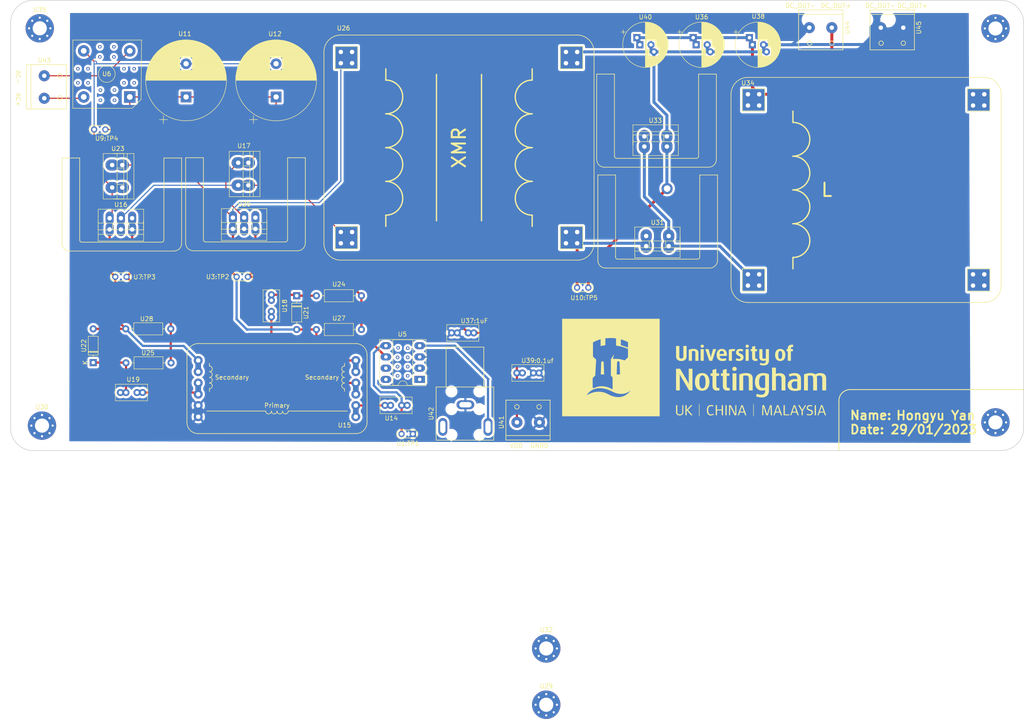
<source format=kicad_pcb>
(kicad_pcb (version 20211014) (generator pcbnew)
  (layers (0 "F.Cu" mixed) (31 "B.Cu" signal) (34 "B.Paste" user) (35 "F.Paste" user) (36 "B.SilkS" user "B.Silkscreen") (37 "F.SilkS" user "F.Silkscreen") (38 "B.Mask" user) (39 "F.Mask" user) (44 "Edge.Cuts" user))
  (net 0 "")
  (net 1 "/PWM_Out")
  (net 2 "GNDD")
  (net 3 "/PWM_OUT_A")
  (net 4 "/PWM_COM_A")
  (net 7 "/PWM_Input")
  (net 8 "VDD")
  (net 11 "/PWM_COM_B")
  (net 12 "/VAC(+)")
  (net 13 "/Rectifier_DC(+)")
  (net 14 "/VAC(-)")
  (net 15 "/PWM_OUT_B")
  (net 16 "Net-(U14-Pad1)")
  (net 17 "Net-(U15-Pad3)")
  (net 18 "Net-(U15-Pad5)")
  (net 19 "Net-(U16-Pad2)")
  (net 20 "Net-(U18-Pad1)")
  (net 21 "Net-(U19-Pad1)")
  (net 22 "/Transformer_Out(+)")
  (net 23 "/Converter_Out(-)")
  (net 26 "Net-(U31-Pad1)")
  (net 28 "/Converter_Out(+)")
  (footprint "EEEE2046_Electrical:SOD113" (layer "F.Cu") (at 87.716 58.0292 -90)
    (fp_text reference "U17")
    (fp_text value "BYV25FX-600")
  )
  (footprint "Capacitor_THT:CP_Radial_D18.0mm_P7.50mm" (layer "F.Cu") (at 73.66 43.18 90)
    (fp_text reference "U11")
    (fp_text value "ECA2AM102")
  )
  (footprint "EEEE2046_Electrical:SOD113" (layer "F.Cu") (at 182.5752 76.8448 180)
    (fp_text reference "U31")
    (fp_text value "BYV25FX-600")
  )
  (footprint "EEEE2046_Electrical:TO220_Heatsink" (layer "F.Cu") (at 180.086 81.7865 180)
    (fp_text reference "U1-Mosfet1" hide)
    (fp_text value "TO220_Heatsink")
  )
  (footprint "EEEE2046_Electrical:LP-0841-3B-05A" (layer "F.Cu") (at 139.8512 108.6344 -90)
    (fp_text reference "U42")
    (fp_text value "PWM_Input")
  )
  (footprint "Capacitor_THT:CP_Radial_D18.0mm_P7.50mm" (layer "F.Cu") (at 93.98 43.18 90)
    (fp_text reference "U12")
    (fp_text value "ECA2AM102")
  )
  (footprint "Capacitor_THT:C_Rect_L7.0mm_W3.5mm_P2.50mm_P5.00mm" (layer "F.Cu") (at 118.5564 112.776)
    (fp_text reference "U14")
    (fp_text value "F")
  )
  (footprint "EEEE2046_Electrical:SOD113" (layer "F.Cu") (at 177.0888 52.0856)
    (fp_text reference "U33")
    (fp_text value "BYV25FX-600")
  )
  (footprint "MountingHole:MountingHole_3.2mm_M3_Pad_Via" (layer "F.Cu") (at 256.322102 27.722102)
    (fp_text reference "H2" hide)
    (fp_text value "Mount")
  )
  (footprint "Capacitor_THT:CP_Radial_D10.0mm_P2.50mm_P5.00mm" (layer "F.Cu") (at 188.772723 31.3944)
    (fp_text reference "U36")
    (fp_text value "F")
  )
  (footprint "Resistor_THT:R_Axial_DIN0207_L6.3mm_D2.5mm_P10.16mm_Horizontal" (layer "F.Cu") (at 70.2692 103.1828 180)
    (fp_text reference "U25")
    (fp_text value "R")
  )
  (footprint "MountingHole:MountingHole_3.2mm_M3_Pad_Via" (layer "F.Cu") (at 256.322102 116.622102)
    (fp_text reference "H4" hide)
    (fp_text value "Mount")
  )
  (footprint "EEEE2046_Electrical:ETD_34-L" (layer "F.Cu") (at 200.4568 42.5704)
    (fp_text reference "U34")
    (fp_text value "H")
  )
  (footprint "Diode_THT:D_DO-35_SOD27_P7.62mm_Horizontal" (layer "F.Cu") (at 98.6282 88.0364 -90)
    (fp_text reference "U21")
    (fp_text value "V")
  )
  (footprint "EEEE2046_Electrical:2wayTerminalBlock" (layer "F.Cu") (at 219.3906 27.5416 180)
    (fp_text reference "U44")
    (fp_text value "Converter_Out")
  )
  (footprint "TestPoint:TestPoint_2Pads_Pitch2.54mm_Drill0.8mm" (layer "F.Cu") (at 60.2288 83.7692 180)
    (fp_text reference "U7")
    (fp_text value "TP_Q2_Gate")
  )
  (footprint "Resistor_THT:R_Axial_DIN0207_L6.3mm_D2.5mm_P10.16mm_Horizontal" (layer "F.Cu") (at 60.0456 95.504)
    (fp_text reference "U28")
    (fp_text value "R")
  )
  (footprint "MountingHole:MountingHole_3.2mm_M3_Pad_Via" (layer "F.Cu") (at 154.94 180.34)
    (fp_text reference "U29")
    (fp_text value "Mount")
  )
  (footprint "EEEE2046_Electrical:TO220_Heatsink" (layer "F.Cu") (at 87.0712 77.892 180)
    (fp_text reference "U4-Diode1" hide)
    (fp_text value "TO220_Heatsink")
  )
  (footprint "Capacitor_THT:C_Rect_L7.0mm_W3.5mm_P2.50mm_P5.00mm" (layer "F.Cu") (at 148.3052 105.4634)
    (fp_text reference "U39")
    (fp_text value "0.1 uF")
  )
  (footprint "Capacitor_THT:C_Rect_L7.0mm_W3.5mm_P2.50mm_P5.00mm" (layer "F.Cu") (at 92.9132 87.8224 -90)
    (fp_text reference "U18")
    (fp_text value "F")
  )
  (footprint "EEEE2046_Electrical:TO220_Heatsink" (layer "F.Cu") (at 179.832 59.0296 180)
    (fp_text reference "U2-Mosfet1" hide)
    (fp_text value "TO220_Heatsink")
  )
  (footprint "MountingHole:MountingHole_3.2mm_M3_Pad_Via" (layer "F.Cu") (at 41.148 117.348)
    (fp_text reference "U30")
    (fp_text value "Mount")
  )
  (footprint "EEEE2046_Electrical:TO220_Heatsink" (layer "F.Cu") (at 59.1566 77.9526 180)
    (fp_text reference "U3-Diode1" hide)
    (fp_text value "TO220_Heatsink")
  )
  (footprint "Capacitor_THT:C_Rect_L7.0mm_W3.5mm_P2.50mm_P5.00mm" (layer "F.Cu") (at 138.5932 96.4184 180)
    (fp_text reference "U37")
    (fp_text value "1uF")
  )
  (footprint "EEEE2046_Electrical:Diode_Bridge_Vishay_KBPC6" (layer "F.Cu") (at 60.96 43.18 180)
    (fp_text reference "U6")
    (fp_text value "VS-KBPC606PBF")
  )
  (footprint "EEEE2046_Electrical:ETD_34-XMR" (layer "F.Cu") (at 108.585 33.02)
    (fp_text reference "U26")
    (fp_text value "ETD_34-Transformer_1P_1S")
  )
  (footprint "EEEE2046_Electrical:UONLogo2" (layer "F.Cu") (at 188.3156 104.2416)
    (fp_text reference "G***" hide)
    (fp_text value "LOGO" hide)
  )
  (footprint "TestPoint:TestPoint_2Pads_Pitch2.54mm_Drill0.8mm" (layer "F.Cu") (at 161.8996 86.2076)
    (fp_text reference "U10")
    (fp_text value "TP_Trans_Out")
  )
  (footprint "Capacitor_THT:C_Rect_L7.0mm_W3.5mm_P2.50mm_P5.00mm" (layer "F.Cu") (at 58.8464 109.8804)
    (fp_text reference "U19")
    (fp_text value "F")
  )
  (footprint "TestPoint:TestPoint_2Pads_Pitch2.54mm_Drill0.8mm" (layer "F.Cu") (at 87.61 83.7692 180)
    (fp_text reference "U3")
    (fp_text value "TP_Q1_Gate")
  )
  (footprint "MountingHole:MountingHole_3.2mm_M3_Pad_Via" (layer "F.Cu") (at 154.94 167.64)
    (fp_text reference "U32")
    (fp_text value "Mount")
  )
  (footprint "Capacitor_THT:CP_Radial_D10.0mm_P2.50mm_P5.00mm" (layer "F.Cu") (at 201.472723 31.3944)
    (fp_text reference "U38")
    (fp_text value "F")
  )
  (footprint "Capacitor_THT:CP_Radial_D10.0mm_P2.50mm_P5.00mm" (layer "F.Cu") (at 176.072723 31.3944)
    (fp_text reference "U40")
    (fp_text value "F")
  )
  (footprint "EEEE2046_Electrical:TO-220FPAB" (layer "F.Cu") (at 61.4934 73.0758 180)
    (fp_text reference "U16")
    (fp_text value "IRFI530NPbF")
  )
  (footprint "Resistor_THT:R_Axial_DIN0207_L6.3mm_D2.5mm_P10.16mm_Horizontal" (layer "F.Cu") (at 113.2332 88.0364 180)
    (fp_text reference "U24")
    (fp_text value "R")
  )
  (footprint "EEEE2046_Electrical:Toroid-Transformer_1P_2S" (layer "F.Cu") (at 111.9632 115.3414 180)
    (fp_text reference "U15")
    (fp_text value "Toroid-Transformer_1P_2S")
  )
  (footprint "MountingHole:MountingHole_3.2mm_M3_Pad_Via" (layer "F.Cu") (at 40.64 27.686)
    (fp_text reference "U35")
    (fp_text value "Mount")
  )
  (footprint "Diode_THT:D_DO-35_SOD27_P7.62mm_Horizontal" (layer "F.Cu") (at 52.7104 103.124 90)
    (fp_text reference "U22")
    (fp_text value "V")
  )
  (footprint "Resistor_THT:R_Axial_DIN0207_L6.3mm_D2.5mm_P10.16mm_Horizontal" (layer "F.Cu") (at 103.0732 95.6564)
    (fp_text reference "U27")
    (fp_text value "R")
  )
  (footprint "EEEE2046_Electrical:2wayTerminalBlock" (layer "F.Cu") (at 235.5196 27.5416 180)
    (fp_text reference "U45")
    (fp_text value "Converter_Out")
  )
  (footprint "TestPoint:TestPoint_2Pads_Pitch2.54mm_Drill0.8mm" (layer "F.Cu") (at 55.4536 50.5206 180)
    (fp_text reference "U9")
    (fp_text value "TP_DC_Link")
  )
  (footprint "EEEE2046_Electrical:2wayTerminalBlock" (layer "F.Cu") (at 148.3252 116.6034)
    (fp_text reference "U41")
    (fp_text value "PWM_Power")
  )
  (footprint "EEEE2046_Electrical:SOD113" (layer "F.Cu") (at 59.268 58.5372 -90)
    (fp_text reference "U23")
    (fp_text value "BYV25FX-600")
  )
  (footprint "Package_DIP:DIP-8_W7.62mm_Socket_LongPads" (layer "F.Cu") (at 126.3804 106.924 180)
    (fp_text reference "U5")
    (fp_text value "TC4425AVPA")
  )
  (footprint "TestPoint:TestPoint_2Pads_Pitch2.54mm_Drill0.8mm" (layer "F.Cu") (at 122.2956 119.2276)
    (fp_text reference "U1")
    (fp_text value "TP_PWM_Out")
  )
  (footprint "EEEE2046_Electrical:2wayTerminalBlock" (layer "F.Cu") (at 41.664 38.394 -90)
    (fp_text reference "U43")
    (fp_text value "AC_Power")
  )
  (footprint "EEEE2046_Electrical:TO-220FPAB" (layer "F.Cu") (at 89.3064 72.9488 180)
    (fp_text reference "U20")
    (fp_text value "IRFI530NPbF")
  )
  (gr_line (start 223.52 109.22) (end 262.672102 109.22) (layer "F.SilkS") (width 0.2))
  (gr_arc (start 220.98 111.76) (mid 221.723949 109.963949) (end 223.52 109.22) (layer "F.SilkS") (width 0.2))
  (gr_line (start 220.98 120.904) (end 220.98 122.9) (layer "F.SilkS") (width 0.2))
  (gr_line (start 220.98 111.76) (end 220.98 120.904) (layer "F.SilkS") (width 0.2))
  (gr_line (start 34.072103 26.452103) (end 34.072102 117.892102) (layer "Edge.Cuts") (width 0.15))
  (gr_line (start 262.672102 117.892102) (end 262.672102 26.452102) (layer "Edge.Cuts") (width 0.15))
  (gr_arc (start 34.072103 26.452103) (mid 35.560001 22.860001) (end 39.152103 21.372103) (layer "Edge.Cuts") (width 0.15))
  (gr_line (start 257.592102 21.372102) (end 39.152102 21.372102) (layer "Edge.Cuts") (width 0.15))
  (gr_arc (start 257.592102 21.372102) (mid 261.184202 22.86) (end 262.672102 26.452102) (layer "Edge.Cuts") (width 0.15))
  (gr_arc (start 262.672102 117.892102) (mid 261.184204 121.484204) (end 257.592102 122.972102) (layer "Edge.Cuts") (width 0.15))
  (gr_line (start 257.592102 122.972102) (end 39.152102 122.972102) (layer "Edge.Cuts") (width 0.15))
  (gr_arc (start 39.152102 122.972102) (mid 35.56 121.484204) (end 34.072102 117.892102) (layer "Edge.Cuts") (width 0.15))
  (gr_text "DC_OUT+" (at 220.3196 22.5806) (layer "F.SilkS") (effects (font (size 1 1))))
  (gr_text "Hongyu Yan" (at 242.824 115.062) (layer "F.SilkS") (effects (font (size 2 2) (thickness 0.4))))
  (gr_text ":TP2" (at 81.788 83.7692) (layer "F.SilkS") (effects (font (size 1 1))))
  (gr_text "DC_OUT-" (at 212.3186 22.5806) (layer "F.SilkS") (effects (font (size 1 1))))
  (gr_text "AC-" (at 35.7886 38.7096 270) (layer "F.SilkS") (effects (font (size 1 1))))
  (gr_text "DC_OUT-" (at 230.3526 22.5806) (layer "F.SilkS") (effects (font (size 1 1))))
  (gr_text "GNDD" (at 153.3906 121.8946) (layer "F.SilkS") (effects (font (size 1 1))))
  (gr_text "DC_OUT+" (at 237.5916 22.5806) (layer "F.SilkS") (effects (font (size 1 1))))
  (gr_text ":1uF" (at 140.1826 93.7006) (layer "F.SilkS") (effects (font (size 1 1))))
  (gr_text "VDD" (at 148.1836 121.8946) (layer "F.SilkS") (effects (font (size 1 1))))
  (gr_text ":TP4" (at 56.7436 52.5526) (layer "F.SilkS") (effects (font (size 1 1))))
  (gr_text "AC+" (at 35.7886 43.7896 270) (layer "F.SilkS") (effects (font (size 1 1))))
  (gr_text ":TP5" (at 164.9476 88.4936) (layer "F.SilkS") (effects (font (size 1 1))))
  (gr_text ":0.1uf" (at 154.4066 102.7176) (layer "F.SilkS") (effects (font (size 1 1))))
  (gr_text ":TP3" (at 65.1764 83.82) (layer "F.SilkS") (effects (font (size 1 1))))
  (gr_text ":TP1" (at 124.6632 121.3612) (layer "F.SilkS") (effects (font (size 1 1))))
  (gr_text "Name: \nDate: 29/01/2023" (at 223.302102 116.622102) (layer "F.SilkS") (effects (font (size 2 2) (thickness 0.4)) (justify left)))
  (via (at 123.6726 99.881267) (size 0.8) (drill 0.4) (layers "F.Cu" "B.Cu") (net 0))
  (via (at 54.3306 43.9166) (size 0.8) (drill 0.4) (layers "F.Cu" "B.Cu") (net 0))
  (via (at 51.5366 36.8046) (size 0.8) (drill 0.4) (layers "F.Cu" "B.Cu") (net 0))
  (via (at 49.2506 36.8046) (size 0.8) (drill 0.4) (layers "F.Cu" "B.Cu") (net 0))
  (via (at 59.6646 36.8046) (size 0.8) (drill 0.4) (layers "F.Cu" "B.Cu") (net 0))
  (via (at 123.6726 106.104267) (size 0.8) (drill 0.4) (layers "F.Cu" "B.Cu") (net 0))
  (via (at 57.3786 31.8516) (size 0.8) (drill 0.4) (layers "F.Cu" "B.Cu") (net 0))
  (via (at 121.3866 106.104267) (size 0.8) (drill 0.4) (layers "F.Cu" "B.Cu") (net 0))
  (via (at 121.3866 101.9556) (size 0.8) (drill 0.4) (layers "F.Cu" "B.Cu") (net 0))
  (via (at 49.2506 39.9796) (size 0.8) (drill 0.4) (layers "F.Cu" "B.Cu") (net 0))
  (via (at 121.517388 99.792812) (size 0.8) (drill 0.4) (layers "F.Cu" "B.Cu") (net 0))
  (via (at 57.5056 43.9166) (size 0.8) (drill 0.4) (layers "F.Cu" "B.Cu") (net 0))
  (via (at 123.6726 104.029933) (size 0.8) (drill 0.4) (layers "F.Cu" "B.Cu") (net 0))
  (via (at 54.3306 41.6306) (size 0.8) (drill 0.4) (layers "F.Cu" "B.Cu") (net 0))
  (via (at 61.9506 36.8046) (size 0.8) (drill 0.4) (layers "F.Cu" "B.Cu") (net 0))
  (via (at 57.3786 34.1376) (size 0.8) (drill 0.4) (layers "F.Cu" "B.Cu") (net 0))
  (via (at 54.2036 34.1376) (size 0.8) (drill 0.4) (layers "F.Cu" "B.Cu") (net 0))
  (via (at 59.6646 39.9796) (size 0.8) (drill 0.4) (layers "F.Cu" "B.Cu") (net 0))
  (via (at 57.5056 41.6306) (size 0.8) (drill 0.4) (layers "F.Cu" "B.Cu") (net 0))
  (via (at 123.6726 101.9556) (size 0.8) (drill 0.4) (layers "F.Cu" "B.Cu") (net 0))
  (via (at 121.3866 104.029933) (size 0.8) (drill 0.4) (layers "F.Cu" "B.Cu") (net 0))
  (via (at 51.5366 39.9796) (size 0.8) (drill 0.4) (layers "F.Cu" "B.Cu") (net 0))
  (via (at 54.2036 31.8516) (size 0.8) (drill 0.4) (layers "F.Cu" "B.Cu") (net 0))
  (via (at 61.9506 39.9796) (size 0.8) (drill 0.4) (layers "F.Cu" "B.Cu") (net 0))
  (segment (start 122.3064 112.776) (end 122.3064 119.2168) (width 0.5) (layer "F.Cu") (net 1))
  (segment (start 122.3064 119.2168) (end 122.2956 119.2276) (width 0.5) (layer "F.Cu") (net 1))
  (segment (start 117.5766 109.8296) (end 121.1326 109.8296) (width 0.5) (layer "B.Cu") (net 1))
  (segment (start 121.1326 109.8296) (end 122.3064 111.0034) (width 0.5) (layer "B.Cu") (net 1))
  (segment (start 122.3064 111.0034) (end 122.3064 112.776) (width 0.5) (layer "B.Cu") (net 1))
  (segment (start 117.6882 99.304) (end 116.0526 100.9396) (width 0.5) (layer "B.Cu") (net 1))
  (segment (start 118.7604 99.304) (end 117.6882 99.304) (width 0.5) (layer "B.Cu") (net 1))
  (segment (start 116.0526 108.3056) (end 117.5766 109.8296) (width 0.5) (layer "B.Cu") (net 1))
  (segment (start 116.0526 100.9396) (end 116.0526 108.3056) (width 0.5) (layer "B.Cu") (net 1))
  (segment (start 87.61 83.7692) (end 108.966 83.7692) (width 0.5) (layer "F.Cu") (net 3))
  (segment (start 89.3064 82.0728) (end 87.61 83.7692) (width 0.5) (layer "F.Cu") (net 3))
  (segment (start 89.3064 72.9488) (end 89.3064 82.0728) (width 0.5) (layer "F.Cu") (net 3))
  (segment (start 108.966 83.7692) (end 113.2332 88.0364) (width 0.5) (layer "F.Cu") (net 3))
  (segment (start 113.2332 88.0364) (end 113.2332 95.6564) (width 0.5) (layer "F.Cu") (net 3))
  (segment (start 84.2264 82.9256) (end 85.07 83.7692) (width 0.5) (layer "F.Cu") (net 4))
  (segment (start 98.6282 95.6564) (end 103.0732 95.6564) (width 0.5) (layer "F.Cu") (net 4))
  (segment (start 84.2264 72.9488) (end 84.2264 82.9256) (width 0.5) (layer "F.Cu") (net 4))
  (segment (start 72.3548 58.5372) (end 84.2264 70.4088) (width 0.25) (layer "F.Cu") (net 4))
  (segment (start 105.9434 102.6414) (end 111.9632 102.6414) (width 0.5) (layer "F.Cu") (net 4))
  (segment (start 103.0732 95.6564) (end 103.0732 100.0252) (width 0.5) (layer "F.Cu") (net 4))
  (segment (start 103.0732 100.0252) (end 105.8164 102.7684) (width 0.5) (layer "F.Cu") (net 4))
  (segment (start 59.268 58.5372) (end 72.3548 58.5372) (width 0.25) (layer "F.Cu") (net 4))
  (segment (start 105.8164 102.7684) (end 105.9434 102.6414) (width 0.5) (layer "F.Cu") (net 4))
  (segment (start 85.6996 67.0306) (end 103.7336 67.0306) (width 0.25) (layer "B.Cu") (net 4))
  (segment (start 108.585 62.1792) (end 108.585 35.56) (width 0.25) (layer "B.Cu") (net 4))
  (segment (start 85.07 83.7692) (end 85.07 93.1872) (width 0.5) (layer "B.Cu") (net 4))
  (segment (start 85.0392 93.3196) (end 87.4268 95.7072) (width 0.5) (layer "B.Cu") (net 4))
  (segment (start 85.0392 93.218) (end 85.0392 93.3196) (width 0.5) (layer "B.Cu") (net 4))
  (segment (start 103.7336 67.0306) (end 108.585 62.1792) (width 0.25) (layer "B.Cu") (net 4))
  (segment (start 85.07 93.1872) (end 85.0392 93.218) (width 0.5) (layer "B.Cu") (net 4))
  (segment (start 87.4268 95.7072) (end 87.4776 95.6564) (width 0.5) (layer "B.Cu") (net 4))
  (segment (start 84.2264 68.5038) (end 85.6996 67.0306) (width 0.25) (layer "B.Cu") (net 4))
  (segment (start 84.2264 70.4088) (end 84.2264 68.5038) (width 0.25) (layer "B.Cu") (net 4))
  (segment (start 87.4776 95.6564) (end 98.6282 95.6564) (width 0.5) (layer "B.Cu") (net 4))
  (segment (start 141.8012 117.6344) (end 141.8012 106.9664) (width 0.5) (layer "B.Cu") (net 7))
  (segment (start 141.8012 106.9664) (end 141.8844 106.8832) (width 0.5) (layer "B.Cu") (net 7))
  (segment (start 134.3052 99.304) (end 126.3804 99.304) (width 0.5) (layer "B.Cu") (net 7))
  (segment (start 141.8844 106.8832) (end 134.3052 99.304) (width 0.5) (layer "B.Cu") (net 7))
  (segment (start 116.1288 99.2124) (end 118.7604 101.844) (width 0.5) (layer "F.Cu") (net 8))
  (segment (start 118.6688 93.1164) (end 116.1288 95.6564) (width 0.5) (layer "F.Cu") (net 8))
  (segment (start 146.812 96.4184) (end 148.3052 97.9116) (width 0.5) (layer "F.Cu") (net 8))
  (segment (start 148.3052 97.9116) (end 148.3052 105.4634) (width 0.5) (layer "F.Cu") (net 8))
  (segment (start 148.3252 116.6034) (end 148.3252 105.4834) (width 0.5) (layer "F.Cu") (net 8))
  (segment (start 137.3432 96.4184) (end 134.0412 93.1164) (width 0.5) (layer "F.Cu") (net 8))
  (segment (start 116.1288 95.6564) (end 116.1288 99.2124) (width 0.5) (layer "F.Cu") (net 8))
  (segment (start 148.3252 105.4834) (end 148.3052 105.4634) (width 0.25) (layer "F.Cu") (net 8))
  (segment (start 134.0412 93.1164) (end 118.6688 93.1164) (width 0.5) (layer "F.Cu") (net 8))
  (segment (start 138.5932 96.4184) (end 146.812 96.4184) (width 0.5) (layer "F.Cu") (net 8))
  (segment (start 56.4134 73.0758) (end 56.4134 82.4938) (width 0.5) (layer "F.Cu") (net 11))
  (segment (start 56.982 69.9672) (end 56.4134 70.5358) (width 0.25) (layer "F.Cu") (net 11))
  (segment (start 50.56 32.78) (end 53.1876 35.4076) (width 0.25) (layer "F.Cu") (net 11))
  (segment (start 56.982 63.6172) (end 56.982 69.9672) (width 0.25) (layer "F.Cu") (net 11))
  (segment (start 57.6888 83.7692) (end 57.6888 93.1472) (width 0.5) (layer "F.Cu") (net 11))
  (segment (start 52.9136 50.5206) (end 52.9136 59.5488) (width 0.25) (layer "F.Cu") (net 11))
  (segment (start 56.4134 82.4938) (end 57.6888 83.7692) (width 0.5) (layer "F.Cu") (net 11))
  (segment (start 57.6888 93.1472) (end 60.0456 95.504) (width 0.5) (layer "F.Cu") (net 11))
  (segment (start 52.9136 59.5488) (end 56.982 63.6172) (width 0.25) (layer "F.Cu") (net 11))
  (segment (start 52.7104 95.504) (end 60.0456 95.504) (width 0.5) (layer "F.Cu") (net 11))
  (via (at 53.1876 35.4076) (size 0.8) (drill 0.4) (layers "F.Cu" "B.Cu") (net 11))
  (segment (start 73.66 35.68) (end 93.98 35.68) (width 0.25) (layer "B.Cu") (net 11))
  (segment (start 60.0456 95.504) (end 63.9064 99.3648) (width 0.5) (layer "B.Cu") (net 11))
  (segment (start 73.1266 99.3648) (end 76.4032 102.6414) (width 0.5) (layer "B.Cu") (net 11))
  (segment (start 53.1876 35.4076) (end 53.46 35.68) (width 0.25) (layer "B.Cu") (net 11))
  (segment (start 53.1876 35.4076) (end 52.9136 35.6816) (width 0.25) (layer "B.Cu") (net 11))
  (segment (start 63.9064 99.3648) (end 73.1266 99.3648) (width 0.5) (layer "B.Cu") (net 11))
  (segment (start 52.9136 35.6816) (end 52.9136 50.5206) (width 0.25) (layer "B.Cu") (net 11))
  (segment (start 53.46 35.68) (end 73.66 35.68) (width 0.25) (layer "B.Cu") (net 11))
  (segment (start 50.266 43.474) (end 50.56 43.18) (width 0.25) (layer "F.Cu") (net 12))
  (segment (start 41.664 43.474) (end 50.266 43.474) (width 0.25) (layer "F.Cu") (net 12))
  (segment (start 82.6516 66.294) (end 86.7664 70.4088) (width 0.25) (layer "F.Cu") (net 13))
  (segment (start 73.66 43.18) (end 93.98 43.18) (width 0.25) (layer "F.Cu") (net 13))
  (segment (start 93.98 43.18) (end 93.98 51.7652) (width 0.25) (layer "F.Cu") (net 13))
  (segment (start 59.2836 50.5206) (end 60.96 48.8442) (width 0.25) (layer "F.Cu") (net 13))
  (segment (start 60.96 48.8442) (end 60.96 43.18) (width 0.25) (layer "F.Cu") (net 13))
  (segment (start 55.4536 50.5206) (end 59.2836 50.5206) (width 0.25) (layer "F.Cu") (net 13))
  (segment (start 93.98 51.7652) (end 87.716 58.0292) (width 0.25) (layer "F.Cu") (net 13))
  (segment (start 60.96 43.18) (end 73.66 43.18) (width 0.25) (layer "F.Cu") (net 13))
  (segment (start 82.6516 60.8076) (end 82.6516 66.294) (width 0.25) (layer "F.Cu") (net 13))
  (segment (start 85.43 58.0292) (end 82.6516 60.8076) (width 0.25) (layer "F.Cu") (net 13))
  (segment (start 55.346 38.394) (end 60.96 32.78) (width 0.25) (layer "F.Cu") (net 14))
  (segment (start 41.664 38.394) (end 55.346 38.394) (width 0.25) (layer "F.Cu") (net 14))
  (arc (start 60.96 32.78) (mid 61.225836 32.957626) (end 61.539411 33.02) (width 0.25) (layer "F.Cu") (net 14))
  (segment (start 70.2056 86.614) (end 70.2056 95.504) (width 0.5) (layer "F.Cu") (net 15))
  (segment (start 60.2288 83.7692) (end 61.5496 85.09) (width 0.5) (layer "F.Cu") (net 15))
  (segment (start 61.4934 82.5046) (end 60.2288 83.7692) (width 0.5) (layer "F.Cu") (net 15))
  (segment (start 70.2056 103.1192) (end 70.2692 103.1828) (width 0.5) (layer "F.Cu") (net 15))
  (segment (start 70.2056 95.504) (end 70.2056 103.1192) (width 0.5) (layer "F.Cu") (net 15))
  (segment (start 61.4934 73.0758) (end 61.4934 82.5046) (width 0.5) (layer "F.Cu") (net 15))
  (segment (start 61.5496 85.09) (end 68.6816 85.09) (width 0.5) (layer "F.Cu") (net 15))
  (segment (start 68.6816 85.09) (end 70.2056 86.614) (width 0.5) (layer "F.Cu") (net 15))
  (segment (start 111.9632 112.8014) (end 118.531 112.8014) (width 0.5) (layer "F.Cu") (net 16))
  (segment (start 118.531 112.8014) (end 118.5564 112.776) (width 0.5) (layer "F.Cu") (net 16))
  (segment (start 92.9132 100.5332) (end 100.1776 107.7976) (width 0.5) (layer "F.Cu") (net 17))
  (segment (start 100.457 107.7214) (end 111.9632 107.7214) (width 0.5) (layer "F.Cu") (net 17))
  (segment (start 92.9132 92.8224) (end 92.9132 100.5332) (width 0.5) (layer "F.Cu") (net 17))
  (segment (start 100.3808 107.7976) (end 100.457 107.7214) (width 0.5) (layer "F.Cu") (net 17))
  (segment (start 100.1776 107.7976) (end 100.3808 107.7976) (width 0.5) (layer "F.Cu") (net 17))
  (segment (start 63.8464 109.8804) (end 76.0222 109.8804) (width 0.5) (layer "F.Cu") (net 18))
  (segment (start 76.0222 109.8804) (end 76.4032 110.2614) (width 0.5) (layer "F.Cu") (net 18))
  (segment (start 98.0342 63.1092) (end 108.585 73.66) (width 0.25) (layer "F.Cu") (net 19))
  (segment (start 87.716 63.1092) (end 98.0342 63.1092) (width 0.25) (layer "F.Cu") (net 19))
  (segment (start 58.9534 70.5358) (end 66.38 63.1092) (width 0.25) (layer "B.Cu") (net 19))
  (segment (start 66.38 63.1092) (end 85.43 63.1092) (width 0.25) (layer "B.Cu") (net 19))
  (segment (start 98.6282 88.0364) (end 103.0732 88.0364) (width 0.5) (layer "F.Cu") (net 20))
  (segment (start 92.9512 87.8604) (end 92.9132 87.8224) (width 0.25) (layer "F.Cu") (net 20))
  (segment (start 98.5252 87.8364) (end 98.5012 87.8604) (width 0.25) (layer "F.Cu") (net 20))
  (segment (start 92.9132 87.8224) (end 98.4142 87.8224) (width 0.5) (layer "F.Cu") (net 20))
  (segment (start 52.7104 103.124) (end 60.0504 103.124) (width 0.5) (layer "F.Cu") (net 21))
  (segment (start 60.0504 103.124) (end 60.1092 103.1828) (width 0.5) (layer "F.Cu") (net 21))
  (segment (start 60.1092 103.1828) (end 60.1092 109.8676) (width 0.5) (layer "F.Cu") (net 21))
  (segment (start 60.1092 109.8676) (end 60.0964 109.8804) (width 0.5) (layer "F.Cu") (net 21))
  (segment (start 161.925 76.2) (end 161.925 86.1822) (width 0.674) (layer "F.Cu") (net 22))
  (segment (start 161.925 86.1822) (end 161.8996 86.2076) (width 0.674) (layer "F.Cu") (net 22))
  (segment (start 176.8504 76.2) (end 177.4952 76.8448) (width 0.674) (layer "B.Cu") (net 22))
  (segment (start 161.925 76.2) (end 176.8504 76.2) (width 0.674) (layer "B.Cu") (net 22))
  (segment (start 164.4396 81.6356) (end 164.4396 86.2076) (width 0.674) (layer "F.Cu") (net 23))
  (segment (start 182.2196 63.8556) (end 164.4396 81.6356) (width 0.674) (layer "F.Cu") (net 23))
  (via (at 182.2196 63.8556) (size 2.5) (drill 1.5) (layers "F.Cu" "B.Cu") (net 23))
  (segment (start 179.24366 32.9944) (end 179.24366 44.36966) (width 0.674) (layer "B.Cu") (net 23))
  (segment (start 203.972723 31.3944) (end 210.3374 31.3944) (width 0.674) (layer "B.Cu") (net 23))
  (segment (start 214.3106 27.5416) (end 210.4578 31.3944) (width 0.674) (layer "B.Cu") (net 23))
  (segment (start 191.272723 32.323463) (end 191.94366 32.9944) (width 0.674) (layer "B.Cu") (net 23))
  (segment (start 226.6376 31.3436) (end 230.4396 27.5416) (width 0.674) (layer "B.Cu") (net 23))
  (segment (start 203.972723 31.3944) (end 203.972723 32.323463) (width 0.674) (layer "B.Cu") (net 23))
  (segment (start 191.94366 32.9944) (end 204.64366 32.9944) (width 0.674) (layer "B.Cu") (net 23))
  (segment (start 179.24366 32.9944) (end 191.94366 32.9944) (width 0.674) (layer "B.Cu") (net 23))
  (segment (start 178.572723 31.3944) (end 178.572723 32.323463) (width 0.674) (layer "B.Cu") (net 23))
  (segment (start 212.2678 31.3944) (end 212.3186 31.3436) (width 0.674) (layer "B.Cu") (net 23))
  (segment (start 179.24366 32.9944) (end 161.9506 32.9944) (width 0.674) (layer "B.Cu") (net 23))
  (segment (start 182.1688 54.3716) (end 182.1688 63.8048) (width 0.674) (layer "B.Cu") (net 23))
  (segment (start 179.24366 44.36966) (end 182.1688 47.2948) (width 0.674) (layer "B.Cu") (net 23))
  (segment (start 191.272723 31.3944) (end 191.272723 32.323463) (width 0.674) (layer "B.Cu") (net 23))
  (segment (start 212.3186 31.3436) (end 226.6376 31.3436) (width 0.674) (layer "B.Cu") (net 23))
  (segment (start 203.972723 32.323463) (end 204.64366 32.9944) (width 0.674) (layer "B.Cu") (net 23))
  (segment (start 182.1688 63.8048) (end 182.2196 63.8556) (width 0.674) (layer "B.Cu") (net 23))
  (segment (start 210.3374 31.3944) (end 212.2678 31.3944) (width 0.674) (layer "B.Cu") (net 23))
  (segment (start 182.1688 47.2948) (end 182.1688 52.0856) (width 0.674) (layer "B.Cu") (net 23))
  (segment (start 178.572723 32.323463) (end 179.24366 32.9944) (width 0.674) (layer "B.Cu") (net 23))
  (segment (start 210.4578 31.3944) (end 210.3374 31.3944) (width 0.674) (layer "B.Cu") (net 23))
  (arc (start 161.9506 32.9944) (mid 161.932498 33.001898) (end 161.925 33.02) (width 0.674) (layer "B.Cu") (net 23))
  (segment (start 182.5752 71.1962) (end 182.5752 74.5588) (width 0.674) (layer "B.Cu") (net 26))
  (segment (start 194.0912 76.8448) (end 200.4568 83.2104) (width 0.674) (layer "B.Cu") (net 26))
  (segment (start 177.0888 65.7098) (end 182.5752 71.1962) (width 0.674) (layer "B.Cu") (net 26))
  (segment (start 182.5752 76.8448) (end 194.0912 76.8448) (width 0.674) (layer "B.Cu") (net 26))
  (segment (start 177.0888 54.3716) (end 177.0888 65.7098) (width 0.674) (layer "B.Cu") (net 26))
  (segment (start 219.3906 39.3046) (end 219.4306 39.3446) (width 0.674) (layer "F.Cu") (net 28))
  (segment (start 233.2736 42.6466) (end 235.4326 40.4876) (width 0.674) (layer "F.Cu") (net 28))
  (segment (start 235.4326 40.4876) (end 235.4326 39.9796) (width 0.674) (layer "F.Cu") (net 28))
  (segment (start 235.5196 39.8926) (end 235.5196 27.5416) (width 0.674) (layer "F.Cu") (net 28))
  (segment (start 202.9968 42.5704) (end 216.4334 42.5704) (width 0.674) (layer "F.Cu") (net 28))
  (segment (start 201.472723 31.3944) (end 201.472723 41.046323) (width 0.674) (layer "F.Cu") (net 28))
  (segment (start 233.1974 42.5704) (end 233.2736 42.6466) (width 0.674) (layer "F.Cu") (net 28))
  (segment (start 219.3906 27.5416) (end 219.3906 39.3046) (width 0.674) (layer "F.Cu") (net 28))
  (segment (start 235.4326 39.9796) (end 235.5196 39.8926) (width 0.674) (layer "F.Cu") (net 28))
  (segment (start 219.4306 39.3446) (end 219.4306 39.5732) (width 0.674) (layer "F.Cu") (net 28))
  (segment (start 219.4306 39.5732) (end 216.4334 42.5704) (width 0.674) (layer "F.Cu") (net 28))
  (segment (start 216.4334 42.5704) (end 233.1974 42.5704) (width 0.674) (layer "F.Cu") (net 28))
  (segment (start 201.472723 41.046323) (end 202.9968 42.5704) (width 0.674) (layer "F.Cu") (net 28))
  (segment (start 188.101786 29.7944) (end 200.801786 29.7944) (width 0.674) (layer "B.Cu") (net 28))
  (segment (start 175.401786 29.7944) (end 188.101786 29.7944) (width 0.674) (layer "B.Cu") (net 28))
  (zone (net 2) (net_name "GNDD") (layer "B.Cu") (connect_pads (clearance 0.508)) (min_thickness 0.254) (fill yes (thermal_gap 0.508) (thermal_bridge_width 0.508))
    (polygon (pts (xy 250.6726 121.2596) (xy 47.308611 120.8786) (xy 47.4726 24.2316) (xy 250.2916 24.2316)))
  )
)
</source>
